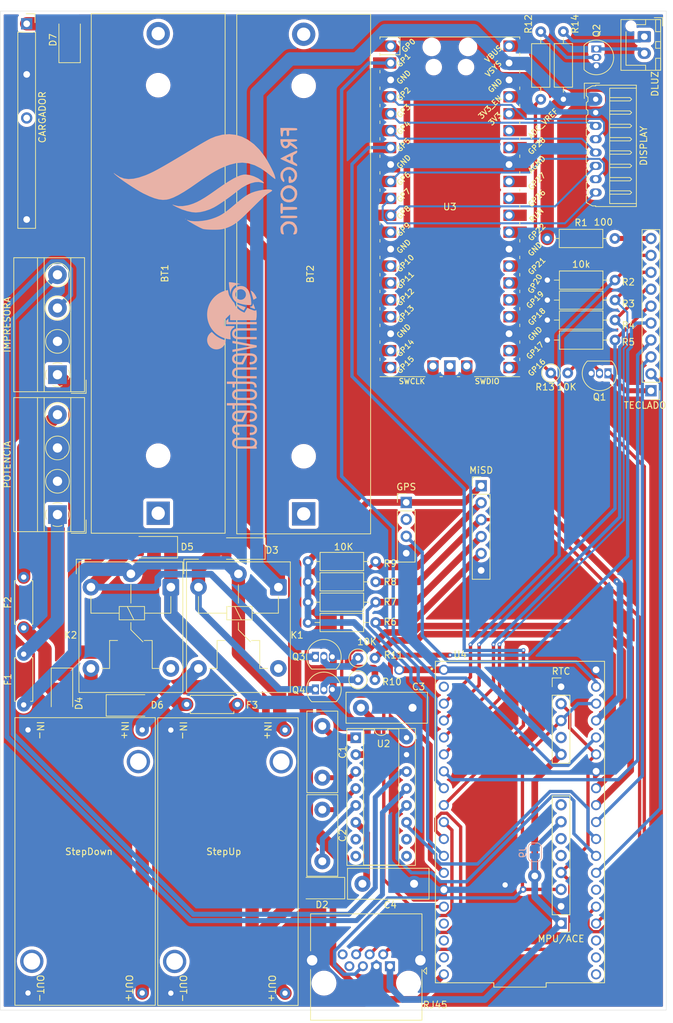
<source format=kicad_pcb>
(kicad_pcb (version 20240108) (generator "pcbnew") (generator_version "8.0")
  (layers (0 "F.Cu" signal) (31 "B.Cu" signal) (34 "B.Paste" user) (35 "F.Paste" user) (36 "B.SilkS" user "B.Silkscreen") (37 "F.SilkS" user "F.Silkscreen") (38 "B.Mask" user) (39 "F.Mask" user) (44 "Edge.Cuts" user))
  (net 0 "")
  (net 1 "Net-(D3-A)")
  (net 2 "+3.3V")
  (net 3 "GND")
  (net 5 "Net-(D4-K)")
  (net 6 "Net-(D5-A)")
  (net 7 "Net-(D6-K)")
  (net 8 "Net-(J2-Pin_3)")
  (net 10 "/SCL")
  (net 11 "+5V")
  (net 12 "/MISO")
  (net 13 "/CS")
  (net 14 "/SDA")
  (net 15 "/c2")
  (net 16 "/c3")
  (net 17 "/r3")
  (net 18 "/c1")
  (net 19 "/MOSI")
  (net 20 "/CLK")
  (net 24 "Net-(J5-Pin_10)")
  (net 25 "/c4")
  (net 26 "/r4")
  (net 27 "/r2")
  (net 28 "/r1")
  (net 29 "/A")
  (net 30 "/B")
  (net 31 "Net-(J7-Pin_3)")
  (net 32 "Net-(J7-Pin_4)")
  (net 33 "Net-(SD2-+out)")
  (net 58 "Net-(Q1-B)")
  (net 59 "+12V")
  (net 71 "Net-(Q2-B)")
  (net 72 "/RPRINT")
  (net 73 "/RVALVE")
  (net 75 "Net-(U2-C2+)")
  (net 76 "Net-(U2-C2-)")
  (net 77 "Net-(U2-C1+)")
  (net 78 "Net-(U2-C1-)")
  (net 79 "Net-(U2-VS+)")
  (net 80 "Net-(U2-VS-)")
  (net 81 "Net-(U2-R1OUT)")
  (net 82 "Net-(U2-T1IN)")
  (net 91 "/DSCK")
  (net 92 "/DBUSY")
  (net 93 "/DCS")
  (net 94 "/DCMD")
  (net 95 "/DRST")
  (net 96 "/DMOSI")
  (net 97 "Net-(J10-Pin_2)")
  (net 98 "Net-(Q3-B)")
  (net 99 "Net-(Q4-B)")
  (net 100 "Net-(U3-GPIO5)")
  (net 101 "Net-(U3-GPIO1)")
  (net 102 "Net-(U3-GPIO0)")
  (net 103 "/LUZ")
  (net 104 "Net-(D2-K)")
  (net 105 "Net-(D7-A)")
  (net 106 "Net-(J5-Pin_1)")
  (net 107 "Net-(J10-Pin_1)")
  (net 108 "Net-(J8-Pin_4)")
  (net 109 "Net-(J8-Pin_1)")
  (net 110 "Net-(SD2-+in)")
  (net 111 "Net-(J4-Pin_7)")
  (footprint "Resistor_THT:R_Axial_DIN0207_L6.3mm_D2.5mm_P7.62mm_Horizontal" (layer "F.Cu") (at 94.18 139.9)
    (property "Reference" "F3")
    (property "Value" "Fuse_Small")
  )
  (footprint "Library:Conversor" (layer "F.Cu") (at 70.15 37.75)
    (property "Reference" "CARGADOR")
    (property "Value" "~" (hide yes))
  )
  (footprint "Relay_THT:Relay_SPDT_Hongfa_HF3F-L-xx-1ZL1T" (layer "F.Cu") (at 91.8 122.3 -90)
    (property "Reference" "K2")
    (property "Value" "Fujitsu_FTR-LYCA005x")
  )
  (footprint "Capacitor_THT:C_Disc_D12.0mm_W4.4mm_P7.75mm" (layer "F.Cu") (at 114.55 143.15 -90)
    (property "Reference" "C1")
    (property "Value" "C")
  )
  (footprint "Package_TO_SOT_THT:TO-92_Inline" (layer "F.Cu") (at 113.51 132.75)
    (property "Reference" "Q3")
    (property "Value" "BC548")
  )
  (footprint "Resistor_THT:R_Axial_DIN0207_L6.3mm_D2.5mm_P2.54mm_Vertical" (layer "F.Cu") (at 148.86 90.15)
    (property "Reference" "R13")
    (property "Value" "10K")
  )
  (footprint "Connector_PinHeader_2.54mm:PinHeader_1x06_P2.54mm_Vertical" (layer "F.Cu") (at 138.4 107.08)
    (property "Reference" "MiSD")
    (property "Value" "MiSD")
  )
  (footprint "Diode_SMD:D_MELF" (layer "F.Cu") (at 102.55 116.5 180)
    (property "Reference" "D3")
    (property "Value" "SM4001")
  )
  (footprint "Resistor_THT:R_Axial_DIN0207_L6.3mm_D2.5mm_P2.54mm_Vertical" (layer "F.Cu") (at 119.91 136.2)
    (property "Reference" "R10")
    (property "Value" "10K")
  )
  (footprint "Diode_SMD:D_MELF" (layer "F.Cu") (at 75.45 137.85 -90)
    (property "Reference" "D4")
    (property "Value" "SM4001")
  )
  (footprint "Connector_JST:JST_XH_B2B-XH-AM_1x02_P2.50mm_Vertical" (layer "F.Cu") (at 162.9 39.65 -90)
    (property "Reference" "DLUZ")
    (property "Value" "DLUZ")
  )
  (footprint "Package_TO_SOT_THT:TO-92_Inline" (layer "F.Cu") (at 157.45 90.2 180)
    (property "Reference" "Q1")
    (property "Value" "BC548")
  )
  (footprint "Package_DIP:DIP-16_W7.62mm_Socket" (layer "F.Cu") (at 119.575 144.9)
    (property "Reference" "U2")
    (property "Value" "MAX232")
  )
  (footprint "Resistor_THT:R_Axial_DIN0207_L6.3mm_D2.5mm_P10.16mm_Horizontal" (layer "F.Cu") (at 158.5 82.2 180)
    (property "Reference" "R4")
    (property "Value" "10k")
  )
  (footprint "Connector_Molex:Molex_Micro-Latch_53254-0870_1x08_P2.00mm_Horizontal" (layer "F.Cu") (at 155.6 49.05 -90)
    (property "Reference" "DISPLAY")
    (property "Value" "DISPLAY")
  )
  (footprint "Capacitor_THT:C_Disc_D12.0mm_W4.4mm_P7.75mm" (layer "F.Cu") (at 120.35 140.4)
    (property "Reference" "C3" (hide yes))
    (property "Value" "C")
  )
  (footprint "Resistor_THT:R_Axial_DIN0207_L6.3mm_D2.5mm_P10.16mm_Horizontal" (layer "F.Cu") (at 122.56 124.55 180)
    (property "Reference" "R7")
    (property "Value" "10K")
  )
  (footprint "Downloads:XL6009-Module" (layer "F.Cu") (at 89.8315 141.9085 -90)
    (property "Reference" "StepUp")
    (property "Value" "~")
  )
  (footprint "Resistor_THT:R_Axial_DIN0207_L6.3mm_D2.5mm_P10.16mm_Horizontal" (layer "F.Cu") (at 122.56 127.6 180)
    (property "Reference" "R6")
    (property "Value" "10K")
  )
  (footprint "Connector_PinHeader_2.54mm:PinHeader_1x05_P2.54mm_Vertical" (layer "F.Cu") (at 150.4 137.25)
    (property "Reference" "RTC")
    (property "Value" "DS3231")
  )
  (footprint "Resistor_THT:R_Axial_DIN0207_L6.3mm_D2.5mm_P10.16mm_Horizontal" (layer "F.Cu") (at 158.5 76.2 180)
    (property "Reference" "R2")
    (property "Value" "10k")
  )
  (footprint "Relay_THT:Relay_SPDT_Hongfa_HF3F-L-xx-1ZL1T" (layer "F.Cu") (at 107.95 122.3 -90)
    (property "Reference" "K1")
    (property "Value" "Fujitsu_FTR-LYCA005x")
  )
  (footprint "Downloads:XL6009-Module" (layer "F.Cu") (at 68.3815 141.8835 -90)
    (property "Reference" "StepDown")
    (property "Value" "~")
  )
  (footprint "Resistor_THT:R_Axial_DIN0207_L6.3mm_D2.5mm_P10.16mm_Horizontal" (layer "F.Cu") (at 158.5 85.2 180)
    (property "Reference" "R5")
    (property "Value" "10k")
  )
  (footprint "Diode_SMD:D_MELF" (layer "F.Cu") (at 89.4 116.3 180)
    (property "Reference" "D5")
    (property "Value" "SM4001")
  )
  (footprint "Diode_SMD:D_MELF" (layer "F.Cu") (at 85.5 140.05)
    (property "Reference" "D6")
    (property "Value" "SM4001")
  )
  (footprint "TerminalBlock_MetzConnect:TerminalBlock_MetzConnect_Type011_RT05504HBWC_1x04_P5.00mm_Horizontal" (layer "F.Cu") (at 74.775 90.4 90)
    (property "Reference" "IMPRESORA")
    (property "Value" "IMPRESORA")
  )
  (footprint "Battery:BatteryHolder_MPD_BH-18650-PC2" (layer "F.Cu") (at 89.9 111.2 90)
    (property "Reference" "BT1")
    (property "Value" "Battery_Cell")
  )
  (footprint "Battery:BatteryHolder_MPD_BH-18650-PC2" (layer "F.Cu") (at 111.75 111.295 90)
    (property "Reference" "BT2")
    (property "Value" "Battery_Cell")
  )
  (footprint "Connector_PinHeader_2.54mm:PinHeader_1x04_P2.54mm_Vertical" (layer "F.Cu") (at 127.15 109.58)
    (property "Reference" "GPS")
    (property "Value" "GPS")
  )
  (footprint "TerminalBlock_MetzConnect:TerminalBlock_MetzConnect_Type011_RT05504HBWC_1x04_P5.00mm_Horizontal" (layer "F.Cu") (at 74.775 111.4 90)
    (property "Reference" "POTENCIA")
    (property "Value" "PONTENCIA")
  )
  (footprint "Resistor_THT:R_Axial_DIN0207_L6.3mm_D2.5mm_P10.16mm_Horizontal" (layer "F.Cu") (at 148.32 69.95)
    (property "Reference" "R1")
    (property "Value" "100")
  )
  (footprint "MCU_RaspberryPi_and_Boards:RPi_Pico_SMD_TH" (layer "F.Cu") (at 133.7 65.2)
    (property "Reference" "U3")
    (property "Value" "Pico")
  )
  (footprint "Capacitor_THT:C_Disc_D12.0mm_W4.4mm_P7.75mm" (layer "F.Cu") (at 120.575 166.825)
    (property "Reference" "C4")
    (property "Value" "C")
  )
  (footprint "Connector_PinHeader_2.54mm:PinHeader_1x08_P2.54mm_Vertical" (layer "F.Cu") (at 150.4 172.75 180)
    (property "Reference" "MPU/ACE")
    (property "Value" "ITG")
  )
  (footprint "Resistor_THT:R_Axial_DIN0207_L6.3mm_D2.5mm_P10.16mm_Horizontal" (layer "F.Cu") (at 122.56 121.5 180)
    (property "Reference" "R8")
    (property "Value" "10K")
  )
  (footprint "Resistor_THT:R_Axial_DIN0207_L6.3mm_D2.5mm_P10.16mm_Horizontal" (layer "F.Cu") (at 158.5 79.2 180)
    (property "Reference" "R3")
    (property "Value" "10k")
  )
  (footprint "Capacitor_THT:C_Disc_D12.0mm_W4.4mm_P7.75mm" (layer "F.Cu") (at 114.55 155.7 -90)
    (property "Reference" "C2")
    (property "Value" "C")
  )
  (footprint "Diode_SMD:D_MELF" (layer "F.Cu") (at 76.6 40.15 90)
    (property "Reference" "D7")
    (property "Value" "SM4001")
  )
  (footprint "Connector_RJ:RJ45_Amphenol_RJHSE5380" (layer "F.Cu") (at 124.707 179.2 180)
    (property "Reference" "RJ45")
    (property "Value" "RJ45_Shielded")
  )
  (footprint "NODEMCU-32S:MODULE_NODEMCU-32S" (layer "F.Cu") (at 144.23 157.56)
    (property "Reference" "U4")
    (property "Value" "NODEMCU-32S")
  )
  (footprint "Package_TO_SOT_THT:TO-92_Inline" (layer "F.Cu") (at 113.51 137.65)
    (property "Reference" "Q4")
    (property "Value" "BC548")
  )
  (footprint "Resistor_THT:R_Axial_DIN0207_L6.3mm_D2.5mm_P10.16mm_Horizontal" (layer "F.Cu") (at 150.75 49.05 90)
    (property "Reference" "R14")
    (property "Value" "100")
  )
  (footprint "Diode_SMD:D_MELF" (layer "F.Cu") (at 114.5 167.475 180)
    (property "Reference" "D2")
    (property "Value" "SM4001")
  )
  (footprint "Resistor_THT:R_Axial_DIN0207_L6.3mm_D2.5mm_P2.54mm_Vertical" (layer "F.Cu") (at 119.91 132.95)
    (property "Reference" "R11")
    (property "Value" "10K")
  )
  (footprint "Package_TO_SOT_THT:TO-92_Inline" (layer "F.Cu") (at 155.7 41.5 -90)
    (property "Reference" "Q2")
    (property "Value" "BC548")
  )
  (footprint "Resistor_THT:R_Axial_DIN0207_L6.3mm_D2.5mm_P10.16mm_Horizontal" (layer "F.Cu") (at 147.35 38.9 -90)
    (property "Reference" "R12")
    (property "Value" "10K")
  )
  (footprint "Connector_PinHeader_2.54mm:PinHeader_1x10_P2.54mm_Vertical" (layer "F.Cu") (at 163.9 92.81 180)
    (property "Reference" "TECLADO")
    (property "Value" "TECLADO")
  )
  (footprint "Resistor_THT:R_Axial_DIN0207_L6.3mm_D2.5mm_P10.16mm_Horizontal" (layer "F.Cu") (at 122.56 118.45 180)
    (property "Reference" "R9")
    (property "Value" "10K")
  )
  (footprint "Resistor_THT:R_Axial_DIN0207_L6.3mm_D2.5mm_P7.62mm_Horizontal" (layer "F.Cu") (at 69.7 128.41 90)
    (property "Reference" "F2")
    (property "Value" "Fuse_Small")
  )
  (footprint "Resistor_THT:R_Axial_DIN0207_L6.3mm_D2.5mm_P7.62mm_Horizontal" (layer "F.Cu") (at 69.7 139.97 90)
    (property "Reference" "F1")
    (property "Value" "Fuse_Small")
  )
  (footprint "LOGO" (layer "B.Cu") (at 100.068852 73.393889 -90)
    (property "Reference" "G***" (hide yes))
    (property "Value" "LOGO" (hide yes))
  )
  (footprint "LOGO" (layer "B.Cu") (at 101 89 -90)
    (property "Reference" "G***" (hide yes))
    (property "Value" "LOGO" (hide yes))
  )
  (footprint "Jumper:SolderJumper-2_P1.3mm_Bridged_RoundedPad1.0x1.5mm" (layer "B.Cu") (at 146.45 162.1 -90)
    (property "Reference" "J9")
    (property "Value" "Conn_01x02_Socket")
  )
  (gr_rect (start 66.2 35.8125) (end 166.2 185.7875) (stroke (width 0.05)) (fill none) (layer "Edge.Cuts"))
  (segment (start 95.95 119.5) (end 98.95 116.5) (width 2) (layer "F.Cu") (net 1))
  (segment (start 95.95 122.3) (end 95.95 119.5) (width 2) (layer "F.Cu") (net 1))
  (segment (start 98.95 116.5) (end 100.15 116.5) (width 2) (layer "F.Cu") (net 1))
  (segment (start 113.51 137.65) (end 108.1 137.65) (width 1) (layer "B.Cu") (net 1))
  (segment (start 108.1 137.65) (end 95.95 125.5) (width 1) (layer "B.Cu") (net 1))
  (segment (start 95.95 125.5) (end 95.95 122.3) (width 1) (layer "B.Cu") (net 1))
  (segment (start 146.45 151.36) (end 150.4 147.41) (width 1) (layer "F.Cu") (net 2))
  (segment (start 127.15 109.58) (end 121.27 109.58) (width 1) (layer "F.Cu") (net 2))
  (segment (start 121.27 109.58) (end 112.4 118.45) (width 1) (layer "F.Cu") (net 2))
  (segment (start 135.9 109.58) (end 138.4 107.08) (width 1) (layer "F.Cu") (net 2))
  (segment (start 127.15 109.58) (end 135.9 109.58) (width 1) (layer "F.Cu") (net 2))
  (segment (start 146.45 165.65) (end 146.45 151.36) (width 1) (layer "F.Cu") (net 2))
  (segment (start 126.1 134.7) (end 132.8 134.7) (width 1) (layer "F.Cu") (net 2))
  (via (at 126.1 134.7) (size 1.5) (drill 1) (layers "F.Cu" "B.Cu") (net 2))
  (via (at 146.45 165.65) (size 2) (drill 1) (layers "F.Cu" "B.Cu") (net 2))
  (segment (start 119.3 127.6) (end 112.4 127.6) (width 1) (layer "B.Cu") (net 2))
  (segment (start 126.1 134.7) (end 126.1 134.4) (width 1) (layer "B.Cu") (net 2))
  (segment (start 124.707 179.2) (end 124.707 182.308757) (width 1) (layer "B.Cu") (net 2))
  (segment (start 138.95 184.2) (end 150.4 172.75) (width 1) (layer "B.Cu") (net 2))
  (segment (start 126.598243 184.2) (end 138.95 184.2) (width 1) (layer "B.Cu") (net 2))
  (segment (start 146.45 165.65) (end 146.45 168.8) (width 1) (layer "B.Cu") (net 2))
  (segment (start 137.75 134.7) (end 132.8 134.7) (width 1) (layer "B.Cu") (net 2))
  (segment (start 146.45 168.8) (end 150.4 172.75) (width 1) (layer "B.Cu") (net 2))
  (segment (start 126.1 134.4) (end 119.3 127.6) (width 1) (layer "B.Cu") (net 2))
  (segment (start 112.4 127.6) (end 112.4 118.45) (width 1) (layer "B.Cu") (net 2))
  (segment (start 150.4 147.35) (end 137.75 134.7) (width 1) (layer "B.Cu") (net 2))
  (segment (start 146.45 165.65) (end 146.45 162.75) (width 0.75) (layer "B.Cu") (net 2))
  (segment (start 150.4 147.41) (end 150.4 147.35) (width 1) (layer "B.Cu") (net 2))
  (segment (start 124.707 182.308757) (end 126.598243 184.2) (width 1) (layer "B.Cu") (net 2))
  (segment (start 150.4 170.21) (end 145.21 170.21) (width 0.75) (layer "F.Cu") (net 3))
  (segment (start 145.21 170.21) (end 142 167) (width 0.75) (layer "F.Cu") (net 3))
  (via (at 142 167) (size 1.6) (drill 0.8) (layers "F.Cu" "B.Cu") (net 3))
  (segment (start 85.19863 132.05) (end 78.1 132.05) (width 2) (layer "F.Cu") (net 5))
  (segment (start 93.04863 139.9) (end 85.19863 132.05) (width 2) (layer "F.Cu") (net 5))
  (segment (start 94.18 139.9) (end 93.04863 139.9) (width 2) (layer "F.Cu") (net 5))
  (segment (start 77.375 93) (end 77.375 113.975) (width 2) (layer "F.Cu") (net 5))
  (segment (start 78.1 132.05) (end 75.45 134.7) (width 2) (layer "F.Cu") (net 5))
  (segment (start 77.35 114) (end 77.35 132.75) (width 2) (layer "F.Cu") (net 5))
  (segment (start 75.45 134.7) (end 75.45 135.45) (width 2) (layer "F.Cu") (net 5))
  (segment (start 74.775 90.4) (end 77.375 93) (width 2) (layer "F.Cu") (net 5))
  (segment (start 77.35 132.75) (end 77.375 132.775) (width 2) (layer "F.Cu") (net 5))
  (segment (start 77.375 113.975) (end 77.35 114) (width 2) (layer "F.Cu") (net 5))
  (segment (start 85.85 116.3) (end 87 116.3) (width 2) (layer "F.Cu") (net 6))
  (segment (start 79.85 122.3) (end 85.85 116.3) (width 2) (layer "F.Cu") (net 6))
  (segment (start 79.8 122.3) (end 79.85 122.3) (width 2) (layer "F.Cu") (net 6))
  (segment (start 90.39957 120.35) (end 89.85 120.89957) (width 1) (layer "B.Cu") (net 6))
  (segment (start 89.85 120.89957) (end 89.85 121.85) (width 1) (layer "B.Cu") (net 6))
  (segment (start 89.85 121.85) (end 89.4 122.3) (width 1) (layer "B.Cu") (net 6))
  (segment (start 97.85 120.35) (end 90.39957 120.35) (width 1) (layer "B.Cu") (net 6))
  (segment (start 89.4 122.3) (end 79.8 122.3) (width 1) (layer "B.Cu") (net 6))
  (segment (start 110.25 132.75) (end 97.85 120.35) (width 1) (layer "B.Cu") (net 6))
  (segment (start 113.51 132.75) (end 110.25 132.75) (width 1) (layer "B.Cu") (net 6))
  (segment (start 72.9 136.557538) (end 73.992462 137.65) (width 2) (layer "F.Cu") (net 7))
  (segment (start 72.9 131.61) (end 72.9 136.557538) (width 2) (layer "F.Cu") (net 7))
  (segment (start 69.7 128.41) (end 72.9 131.61) (width 2) (layer "F.Cu") (net 7))
  (segment (start 83.1 140.05) (end 79.8 136.75) (width 2) (layer "F.Cu") (net 7))
  (segment (start 73.992462 137.65) (end 78.9 137.65) (width 2) (layer "F.Cu") (net 7))
  (segment (start 79.8 136.75) (end 79.8 134.5) (width 2) (layer "F.Cu") (net 7))
  (segment (start 78.9 137.65) (end 79.8 136.75) (width 2) (layer "F.Cu") (net 7))
  (segment (start 129.55 129.6) (end 133.438 133.488) (width 0.5) (layer "B.Cu") (net 8))
  (segment (start 155.66 136.51) (end 155.66 137.24) (width 0.5) (layer "B.Cu") (net 8))
  (segment (start 127.15 114.66) (end 129.55 117.06) (width 0.5) (layer "B.Cu") (net 8))
  (segment (start 129.55 117.06) (end 129.55 129.6) (width 0.5) (layer "B.Cu") (net 8))
  (segment (start 152.638 133.488) (end 155.66 136.51) (width 0.5) (layer "B.Cu") (net 8))
  (segment (start 133.438 133.488) (end 152.638 133.488) (width 0.5) (layer "B.Cu") (net 8))
  (segment (start 144.7 167.675) (end 144.695 167.67) (width 0.5) (layer "F.Cu") (net 10))
  (segment (start 150.4 167.67) (end 144.705 167.67) (width 0.5) (layer "F.Cu") (net 10))
  (segment (start 144.6 167.65) (end 144.6 148.13) (width 0.5) (layer "F.Cu") (net 10))
  (segment (start 144.62 167.67) (end 144.6 167.65) (width 0.5) (layer "F.Cu") (net 10))
  (segment (start 144.695 167.67) (end 144.62 167.67) (width 0.5) (layer "F.Cu") (net 10))
  (segment (start 144.6 148.13) (end 150.4 142.33) (width 0.5) (layer "F.Cu") (net 10))
  (segment (start 144.705 167.67) (end 144.7 167.675) (width 0.5) (layer "F.Cu") (net 10))
  (via (at 144.7 167.675) (size 1) (drill 0.5) (layers "F.Cu" "B.Cu") (net 10))
  (segment (start 150.4 142.33) (end 152.95 139.78) (width 0.5) (layer "B.Cu") (net 10))
  (segment (start 120.643 179.2) (end 119.443 180.4) (width 0.5) (layer "B.Cu") (net 10))
  (segment (start 116.395 179.02) (end 116.395 176.922943) (width 0.5) (layer "B.Cu") (net 10))
  (segment (start 117.775 180.4) (end 116.395 179.02) (width 0.5) (layer "B.Cu") (net 10))
  (segment (start 143.4 168.95) (end 144.675 167.675) (width 0.5) (layer "B.Cu") (net 10))
  (segment (start 116.395 176.922943) (end 124.367943 168.95) (width 0.5) (layer "B.Cu") (net 10))
  (segment (start 119.443 180.4) (end 117.775 180.4) (width 0.5) (layer "B.Cu") (net 10))
  (segment (start 124.367943 168.95) (end 143.4 168.95) (width 0.5) (layer "B.Cu") (net 10))
  (segment (start 152.95 139.78) (end 155.66 139.78) (width 0.5) (layer "B.Cu") (net 10))
  (segment (start 104 138.55) (end 104 178.299) (width 2) (layer "F.Cu") (net 11))
  (segment (start 104 178.299) (end 104 175.575) (width 2) (layer "F.Cu") (net 11))
  (segment (start 91.8 122.3) (end 91.8 116.3) (width 2) (layer "F.Cu") (net 11))
  (segment (start 104 175.575) (end 112.1 167.475) (width 2) (layer "F.Cu") (net 11))
  (segment (start 91.8 126.35) (end 104 138.55) (width 2) (layer "F.Cu") (net 11))
  (segment (start 104 178.299) (end 108.948 183.247) (width 2) (layer "F.Cu") (net 11))
  (segment (start 107.95 119.5) (end 104.95 116.5) (width 2) (layer "F.Cu") (net 11))
  (segment (start 94.15 113.95) (end 102.4 113.95) (width 2) (layer "F.Cu") (net 11))
  (segment (start 91.8 122.3) (end 91.8 126.35) (width 2) (layer "F.Cu") (net 11))
  (segment (start 107.95 122.3) (end 107.95 119.5) (width 2) (layer "F.Cu") (net 11))
  (segment (start 102.4 113.95) (end 104.95 116.5) (width 2) (layer "F.Cu") (net 11))
  (segment (start 91.8 116.3) (end 94.15 113.95) (width 2) (layer "F.Cu") (net 11))
  (segment (start 148.32 51.48) (end 150.75 49.05) (width 2) (layer "F.Cu") (net 11))
  (segment (start 148.32 69.95) (end 148.32 51.48) (width 2) (layer "F.Cu") (net 11))
  (segment (start 127.195 144.9) (end 125.095 142.8) (width 2) (layer "B.Cu") (net 11))
  (segment (start 104.7 119.05) (end 104.7 48.05) (width 2) (layer "B.Cu") (net 11))
  (segment (start 109.75 43) (end 119.75 43) (width 2) (layer "B.Cu") (net 11))
  (segment (start 137.25778 38.75) (end 142.11778 43.61) (width 2) (layer "B.Cu") (net 11))
  (segment (start 105.05 139.6) (end 91.8 126.35) (width 2) (layer "B.Cu") (net 11))
  (segment (start 107.95 122.3) (end 104.7 119.05) (width 2) (layer "B.Cu") (net 11))
  (segment (start 91.8 126.35) (end 91.8 122.3) (width 2) (layer "B.Cu") (net 11))
  (segment (start 145.38 43.68) (end 150.75 49.05) (width 2) (layer "B.Cu") (net 11))
  (segment (start 142.59 43.61) (end 142.66 43.68) (width 2) (layer "B.Cu") (net 11))
  (segment (start 117.925 142.8) (end 114.725 139.6) (width 2) (layer "B.Cu") (net 11))
  (segment (start 142.66 43.68) (end 145.38 43.68) (width 2) (layer "B.Cu") (net 11))
  (segment (start 150.75 49.05) (end 155.6 49.05) (width 2) (layer "B.Cu") (net 11))
  (segment (start 142.11778 43.61) (end 142.59 43.61) (width 2) (layer "B.Cu") (net 11))
  (segment (start 104.7 48.05) (end 109.75 43) (width 2) (layer "B.Cu") (net 11))
  (segment (start 125.095 142.8) (end 117.925 142.8) (width 2) (layer "B.Cu") (net 11))
  (segment (start 119.75 43) (end 124 38.75) (width 2) (layer "B.Cu") (net 11))
  (segment (start 114.725 139.6) (end 105.05 139.6) (width 2) (layer "B.Cu") (net 11))
  (segment (start 124 38.75) (end 137.25778 38.75) (width 2) (layer "B.Cu") (net 11))
  (segment (start 128.04 127.6) (end 138.4 117.24) (width 1) (layer "F.Cu") (net 12))
  (segment (start 122.56 127.6) (end 128.04 127.6) (width 1) (layer "F.Cu") (net 12))
  (segment (start 131.588 151.268) (end 131.588 138.938) (width 0.5) (layer "B.Cu") (net 12))
  (segment (start 132.8 152.48) (end 131.588 151.268) (width 0.5) (layer "B.Cu") (net 12))
  (segment (start 122.56 128.01) (end 122.56 127.6) (width 0.5) (layer "B.Cu") (net 12))
  (segment (start 128.95 134.4) (end 122.56 128.01) (width 0.5) (layer "B.Cu") (net 12))
  (segment (start 128.95 136.3) (end 128.95 134.4) (width 0.5) (layer "B.Cu") (net 12))
  (segment (start 131.588 138.938) (end 128.95 136.3) (width 0.5) (layer "B.Cu") (net 12))
  (segment (start 121.475 138.65) (end 118.656497 138.65) (width 0.5) (layer "F.Cu") (net 13))
  (segment (start 117.46 137.453503) (end 117.46 123.55) (width 0.5) (layer "F.Cu") (net 13))
  (segment (start 117.46 123.55) (end 122.56 118.45) (width 0.5) (layer "F.Cu") (net 13))
  (segment (start 132.8 170.26) (end 127.855583 170.26) (width 0.5) (layer "F.Cu") (net 13))
  (segment (start 118.656497 138.65) (end 117.46 137.453503) (width 0.5) (layer "F.Cu") (net 13))
  (segment (start 122.56 118.45) (end 123.359999 119.249999) (width 1) (layer "F.Cu") (net 13))
  (segment (start 127.855583 170.26) (end 123.775 166.179417) (width 0.5) (layer "F.Cu") (net 13))
  (segment (start 128.770001 119.249999) (end 138.4 109.62) (width 1) (layer "F.Cu") (net 13))
  (segment (start 123.359999 119.249999) (end 128.770001 119.249999) (width 1) (layer "F.Cu") (net 13))
  (segment (start 123.775 140.95) (end 121.475 138.65) (width 0.5) (layer "F.Cu") (net 13))
  (segment (start 123.775 166.179417) (end 123.775 140.95) (width 0.5) (layer "F.Cu") (net 13))
  (segment (start 123.691 177.42) (end 124.443 176.668) (width 0.5) (layer "F.Cu") (net 14))
  (segment (start 151.7 141.09) (end 151.7 143.44) (width 0.5) (layer "F.Cu") (net 14))
  (segment (start 150.4 139.79) (end 151.7 141.09) (width 0.5) (layer "F.Cu") (net 14))
  (segment (start 149.082 176.668) (end 151.725 174.025) (width 0.5) (layer "F.Cu") (net 14))
  (segment (start 154.448 148.612) (end 155.66 147.4) (width 0.5) (layer "F.Cu") (net 14))
  (segment (start 124.443 176.668) (end 149.082 176.668) (width 0.5) (layer "F.Cu") (net 14))
  (segment (start 151.725 174.025) (end 151.725 166.455) (width 0.5) (layer "F.Cu") (net 14))
  (segment (start 151.7 143.44) (end 155.66 147.4) (width 0.5) (layer "F.Cu") (net 14))
  (segment (start 151.725 166.455) (end 150.4 165.13) (width 0.5) (layer "F.Cu") (net 14))
  (segment (start 150.4 165.13) (end 154.448 161.082) (width 0.5) (layer "F.Cu") (net 14))
  (segment (start 154.448 161.082) (end 154.448 148.612) (width 0.5) (layer "F.Cu") (net 14))
  (segment (start 140.25 137.41) (end 132.8 144.86) (width 0.5) (layer "F.Cu") (net 15))
  (segment (start 163.13 77.57) (end 163.9 77.57) (width 0.5) (layer "F.Cu") (net 15))
  (segment (start 158.5 82.2) (end 163.13 77.57) (width 0.5) (layer "F.Cu") (net 15))
  (segment (start 140.25 130.9) (end 140.25 137.41) (width 0.5) (layer "F.Cu") (net 15))
  (via (at 140.25 130.9) (size 0.6) (drill 0.3) (layers "F.Cu" "B.Cu") (net 15))
  (segment (start 159.75 83.45) (end 158.5 82.2) (width 0.5) (layer "B.Cu") (net 15))
  (segment (start 159.2 111.789339) (end 159.2 86.267767) (width 0.5) (layer "B.Cu") (net 15))
  (segment (start 159.75 85.717767) (end 159.75 83.45) (width 0.5) (layer "B.Cu") (net 15))
  (segment (start 159.2 86.267767) (end 159.75 85.717767) (width 0.5) (layer "B.Cu") (net 15))
  (segment (start 140.25 130.9) (end 140.25 130.739339) (width 0.5) (layer "B.Cu") (net 15))
  (segment (start 140.25 130.739339) (end 159.2 111.789339) (width 0.5) (layer "B.Cu") (net 15))
  (segment (start 158.5 79.2) (end 162.67 75.03) (width 0.5) (layer "F.Cu") (net 16))
  (segment (start 162.67 75.03) (end 163.9 75.03) (width 0.5) (layer "F.Cu") (net 16))
  (segment (start 141.15 139.05) (end 141.15 130.9) (width 0.5) (layer "F.Cu") (net 16))
  (segment (start 132.8 147.4) (end 141.15 139.05) (width 0.5) (layer "F.Cu") (net 16))
  (via (at 141.15 130.9) (size 0.6) (drill 0.3) (layers "F.Cu" "B.Cu") (net 16))
  (segment (start 158.5 79.2) (end 160.35 81.05) (width 0.3) (layer "B.Cu") (net 16))
  (segment (start 159.8 112.25) (end 141.15 130.9) (width 0.3) (layer "B.Cu") (net 16))
  (segment (start 160.35 81.05) (end 160.35 85.966295) (width 0.3) (layer "B.Cu") (net 16))
  (segment (start 159.8 86.516295) (end 159.8 112.25) (width 0.3) (layer "B.Cu") (net 16))
  (segment (start 160.35 85.966295) (end 159.8 86.516295) (width 0.3) (layer "B.Cu") (net 16))
  (segment (start 161.9 148.278) (end 158.978 151.2) (width 0.5) (layer "B.Cu") (net 17))
  (segment (start 161.9 87.44) (end 161.9 148.278) (width 0.5) (layer "B.Cu") (net 17))
  (segment (start 163.9 85.19) (end 163.9 85.44) (width 0.5) (layer "B.Cu") (net 17))
  (segment (start 134.06 151.2) (end 132.8 149.94) (width 0.5) (layer "B.Cu") (net 17))
  (segment (start 163.9 85.44) (end 161.9 87.44) (width 0.5) (layer "B.Cu") (net 17))
  (segment (start 158.978 151.2) (end 134.06 151.2) (width 0.5) (layer "B.Cu") (net 17))
  (segment (start 138.1 137.02) (end 132.8 142.32) (width 0.5) (layer "F.Cu") (net 18))
  (segment (start 163.59 80.11) (end 163.9 80.11) (width 0.5) (layer "F.Cu") (net 18))
  (segment (start 158.5 85.2) (end 163.59 80.11) (width 0.5) (layer "F.Cu") (net 18))
  (segment (start 138.1 130.9) (end 138.1 137.02) (width 0.5) (layer "F.Cu") (net 18))
  (via (at 138.1 130.9) (size 0.6) (drill 0.3) (layers "F.Cu" "B.Cu") (net 18))
  (segment (start 138.1 130.9) (end 158.5 110.5) (width 0.5) (layer "B.Cu") (net 18))
  (segment (start 158.5 110.5) (end 158.5 85.2) (width 0.5) (layer "B.Cu") (net 18))
  (segment (start 129 121.5) (end 138.34 112.16) (width 1) (layer "F.Cu") (net 19))
  (segment (start 147.51 112.16) (end 138.4 112.16) (width 0.5) (layer "F.Cu") (net 19))
  (segment (start 162.2 166.26) (end 162.2 126.85) (width 0.5) (layer "F.Cu") (net 19))
  (segment (start 138.34 112.16) (end 138.4 112.16) (width 1) (layer "F.Cu") (net 19))
  (segment (start 155.66 172.8) (end 162.2 166.26) (width 0.5) (layer "F.Cu") (net 19))
  (segment (start 122.56 121.5) (end 129 121.5) (width 1) (layer "F.Cu") (net 19))
  (segment (start 162.2 126.85) (end 147.51 112.16) (width 0.5) (layer "F.Cu") (net 19))
  (segment (start 122.56 124.55) (end 128.55 124.55) (width 1) (layer "F.Cu") (net 20))
  (segment (start 128.55 124.55) (end 138.4 114.7) (width 1) (layer "F.Cu") (net 20))
  (segment (start 127.85 136.4) (end 127.85 134.657767) (width 0.5) (layer "B.Cu") (net 20))
  (segment (start 130.35 160.19) (end 130.35 138.9) (width 0.5) (layer "B.Cu") (net 20))
  (segment (start 130.35 138.9) (end 127.85 136.4) (width 0.5) (layer "B.Cu") (net 20))
  (segment (start 127.85 134.657767) (end 121.3 128.107767) (width 0.5) (layer "B.Cu") (net 20))
  (segment (start 132.8 162.64) (end 130.35 160.19) (width 0.5) (layer "B.Cu") (net 20))
  (segment (start 121.3 128.107767) (end 121.3 125.81) (width 0.5) (layer "B.Cu") (net 20))
  (segment (start 121.3 125.81) (end 122.56 124.55) (width 0.5) (layer "B.Cu") (net 20))
  (segment (start 158.48 69.95) (end 163.9 69.95) (width 0.75) (layer "F.Cu") (net 24))
  (segment (start 158.5 76.2) (end 162.21 72.49) (width 0.5) (layer "F.Cu") (net 25))
  (segment (start 136.8 130.9) (end 136.8 135.78) (width 0.5) (layer "F.Cu") (net 25))
  (segment (start 162.21 72.49) (end 163.9 72.49) (width 0.5) (layer "F.Cu") (net 25))
  (segment (start 136.8 135.78) (end 132.8 139.78) (width 0.5) (layer "F.Cu") (net 25))
  (via (at 136.8 130.9) (size 0.6) (drill 0.3) (layers "F.Cu" "B.Cu") (net 25))
  (segment (start 136.8 130.9) (end 150.11 117.59) (width 0.5) (layer "B.Cu") (net 25))
  (segment (start 150.11 117.59) (end 150.11 84.59) (width 0.5) (layer "B.Cu") (net 25))
  (segment (start 150.11 84.59) (end 158.5 76.2) (width 0.5) (layer "B.Cu") (net 25))
  (segment (start 124.775 133.725) (end 126 132.5) (width 0.75) (layer "F.Cu") (net 26))
  (segment (start 130.763 146.013) (end 124.775 140.025) (width 0.75) (layer "F.Cu") (net 26))
  (segment (start 126 132.5) (end 133.75 132.5) (width 0.75) (layer "F.Cu") (net 26))
  (segment (start 124.775 140.025) (end 124.775 133.725) (width 0.75) (layer "F.Cu") (net 26))
  (segment (start 130.763 163.143) (end 130.763 146.013) (width 0.75) (layer "F.Cu") (net 26))
  (segment (start 132.8 165.18) (end 130.763 163.143) (width 0.75) (layer "F.Cu") (net 26))
  (via (at 133.75 132.5) (size 0.6) (drill 0.3) (layers "F.Cu" "B.Cu") (net 26))
  (segment (start 160.95 86.214823) (end 160.95 83.4) (width 0.5) (layer "B.Cu") (net 26))
  (segment (start 145.55 132.5) (end 160.4 117.65) (width 0.5) (layer "B.Cu") (net 26))
  (segment (start 160.4 86.764823) (end 160.95 86.214823) (width 0.5) (layer "B.Cu") (net 26))
  (segment (start 160.95 83.4) (end 161.7 82.65) (width 0.5) (layer "B.Cu") (net 26))
  (segment (start 160.4 117.65) (end 160.4 86.764823) (width 0.5) (layer "B.Cu") (net 26))
  (segment (start 133.75 132.5) (end 145.55 132.5) (width 0.5) (layer "B.Cu") (net 26))
  (segment (start 161.7 82.65) (end 163.9 82.65) (width 0.5) (layer "B.Cu") (net 26))
  (segment (start 163.9 87.73) (end 162.6 89.03) (width 0.5) (layer "B.Cu") (net 27))
  (segment (start 162.6 89.03) (end 162.6 150.62) (width 0.5) (layer "B.Cu") (net 27))
  (segment (start 162.6 150.62) (end 155.66 157.56) (width 0.5) (layer "B.Cu") (net 27))
  (segment (start 165.325 155.515) (end 155.66 165.18) (width 0.5) (layer "B.Cu") (net 28))
  (segment (start 163.9 90.27) (end 165.325 91.695) (width 0.5) (layer "B.Cu") (net 28))
  (segment (start 165.325 91.695) (end 165.325 155.515) (width 0.5) (layer "B.Cu") (net 28))
  (segment (start 133.187 171.588) (end 134.012 170.763) (width 0.5) (layer "F.Cu") (net 29))
  (segment (start 119.627 177.42) (end 125.459 171.588) (width 0.5) (layer "F.Cu") (net 29))
  (segment (start 125.459 171.588) (end 133.187 171.588) (width 0.5) (layer "F.Cu") (net 29))
  (segment (start 134.012 170.763) (end 134.012 158.772) (width 0.5) (layer "F.Cu") (net 29))
  (segment (start 134.012 158.772) (end 132.8 157.56) (width 0.5) (layer "F.Cu") (net 29))
  (segment (start 124.951 174.128) (end 121.659 177.42) (width 0.5) (layer "F.Cu") (net 30))
  (segment (start 133.302027 174.128) (end 124.951 174.128) (width 0.5) (layer "F.Cu") (net 30))
  (segment (start 133.257 156.232) (end 135.325 158.3) (width 0.5) (layer "F.Cu") (net 30))
  (segment (start 131.588 157.057973) (end 132.413973 156.232) (width 0.5) (layer "F.Cu") (net 30))
  (segment (start 135.325 158.3) (end 135.325 172.105027) (width 0.5) (layer "F.Cu") (net 30))
  (segment (start 132.8 160.1) (end 131.588 158.888) (width 0.5) (layer "F.Cu") (net 30))
  (segment (start 131.588 158.888) (end 131.588 157.057973) (width 0.5) (layer "F.Cu") (net 30))
  (segment (start 132.413973 156.232) (end 133.257 156.232) (width 0.5) (layer "F.Cu") (net 30))
  (segment (start 135.325 172.105027) (end 133.302027 174.128) (width 0.5) (layer "F.Cu") (net 30))
  (segment (start 94.781497 172.35) (end 119.675 172.35) (width 0.75) (layer "B.Cu") (net 31))
  (segment (start 119.675 172.35) (end 123.575 168.45) (width 0.75) (layer "B.Cu") (net 31))
  (segment (start 75.593072 73.425) (end 73.956928 73.425) (width 0.75) (layer "B.Cu") (net 31))
  (segment (start 74.775 80.4) (end 76.75 78.425) (width 0.75) (layer "B.Cu") (net 31))
  (segment (start 76.75 78.425) (end 76.75 74.581928) (width 0.75) (layer "B.Cu") (net 31))
  (segment (start 67.175 80.206928) (end 67.175 144.743503) (width 0.75) (layer "B.Cu") (net 31))
  (segment (start 67.175 144.743503) (end 94.781497 172.35) (width 0.75) (layer "B.Cu") (net 31))
  (segment (start 123.575 156.14) (end 127.195 152.52) (width 0.75) (layer "B.Cu") (net 31))
  (segment (start 76.75 74.581928) (end 75.593072 73.425) (width 0.75) (layer "B.Cu") (net 31))
  (segment (start 73.956928 73.425) (end 67.175 80.206928) (width 0.75) (layer "B.Cu") (net 31))
  (segment (start 123.575 168.45) (end 123.575 156.14) (width 0.75) (layer "B.Cu") (net 31))
  (segment (start 68.125 144.35) (end 68.125 82.05) (width 0.75) (layer "B.Cu") (net 32))
  (segment (start 118.51023 171.4) (end 95.175 171.4) (width 0.75) (layer "B.Cu") (net 32))
  (segment (start 126.345 149.98) (end 122.5 153.825) (width 0.75) (layer "B.Cu") (net 32))
  (segment (start 122.5 167.41023) (end 118.51023 171.4) (width 0.75) (layer "B.Cu") (net 32))
  (segment (start 127.195 149.98) (end 126.345 149.98) (width 0.75) (layer "B.Cu") (net 32))
  (segment (start 122.5 153.825) (end 122.5 167.41023) (width 0.75) (layer "B.Cu") (net 32))
  (segment (start 68.125 82.05) (end 74.775 75.4) (width 0.75) (layer "B.Cu") (net 32))
  (segment (start 95.175 171.4) (end 68.125 144.35) (width 0.75) (layer "B.Cu") (net 32))
  (segment (start 87.498 154.202) (end 101.8 139.9) (width 2) (layer "F.Cu") (net 33))
  (segment (start 87.498 183.222) (end 87.498 154.202) (width 2) (layer "F.Cu") (net 33))
  (segment (start 156.18 89.866142) (end 156.18 90.2) (width 0.5) (layer "F.Cu") (net 58))
  (segment (start 152.55 89) (end 155.313858 89) (width 0.5) (layer "F.Cu") (net 58))
  (segment (start 151.4 90.15) (end 152.55 89) (width 0.5) (layer "F.Cu") (net 58))
  (segment (start 155.313858 89) (end 156.18 89.866142) (width 0.5) (layer "F.Cu") (net 58))
  (segment (start 108.948 143.75) (end 108.148001 142.950001) (width 2) (layer "F.Cu") (net 59))
  (segment (start 108.148001 138.373001) (end 101.95 132.175) (width 2) (layer "F.Cu") (net 59))
  (segment (start 108.148001 142.950001) (end 108.148001 138.373001) (width 2) (layer "F.Cu") (net 59))
  (segment (start 101.95 132.175) (end 101.95 120.3) (width 2) (layer "F.Cu") (net 59))
  (segment (start 77.35 121.285176) (end 79.010176 119.625) (width 2) (layer "B.Cu") (net 59))
  (segment (start 69.7 139.825) (end 77.35 132.175) (width 2) (layer "B.Cu") (net 59))
  (segment (start 69.7 139.97) (end 69.7 139.825) (width 2) (layer "B.Cu") (net 59))
  (segment (start 77.35 132.175) (end 77.35 121.285176) (width 2) (layer "B.Cu") (net 59))
  (segment (start 100.3 118.65) (end 101.95 120.3) (width 2) (layer "B.Cu") (net 59))
  (segment (start 85.8 120.3) (end 86.2 120.3) (width 2) (layer "B.Cu") (net 59))
  (segment (start 85.125 119.625) (end 85.8 120.3) (width 2) (layer "B.Cu") (net 59))
  (segment (start 86.2 120.3) (end 87.85 118.65) (width 2) (layer "B.Cu") (net 59))
  (segment (start 79.010176 119.625) (end 85.125 119.625) (width 2) (layer "B.Cu") (net 59))
  (segment (start 87.85 118.65) (end 100.3 118.65) (width 2) (layer "B.Cu") (net 59))
  (segment (start 151.22 42.77) (end 147.35 38.9) (width 0.5) (layer "B.Cu") (net 71))
  (segment (start 155.7 42.77) (end 151.22 42.77) (width 0.5) (layer "B.Cu") (net 71))
  (segment (start 128.237056 129.1) (end 124.025 129.1) (width 1) (layer "F.Cu") (net 72))
  (segment (start 119.288679 134.45) (end 122.3 134.45) (width 1) (layer "F.Cu") (net 72))
  (segment (start 119.288679 131.45) (end 118.41 132.328679) (width 1) (layer "F.Cu") (net 72))
  (segment (start 122.3 134.45) (end 122.45 134.6) (width 1) (layer "F.Cu") (net 72))
  (segment (start 160.85 149.83) (end 160.85 131.452944) (width 1) (layer "F.Cu") (net 72))
  (segment (start 157.547056 128.15) (end 129.187056 128.15) (width 1) (layer "F.Cu") (net 72))
  (segment (start 122.45 134.6) (end 122.45 136.2) (width 1) (layer "F.Cu") (net 72))
  (segment (start 155.66 155.02) (end 160.85 149.83) (width 1) (layer "F.Cu") (net 72))
  (segment (start 118.41 133.571321) (end 119.288679 134.45) (width 1) (layer "F.Cu") (net 72))
  (segment (start 160.85 131.452944) (end 157.547056 128.15) (width 1) (layer "F.Cu") (net 72))
  (segment (start 124.025 129.1) (end 121.675 131.45) (width 1) (layer "F.Cu") (net 72))
  (segment (start 118.41 132.328679) (end 118.41 133.571321) (width 1) (layer "F.Cu") (net 72))
  (segment (start 129.187056 128.15) (end 128.237056 129.1) (width 1) (layer "F.Cu") (net 72))
  (segment (start 121.675 131.45) (end 119.288679 131.45) (width 1) (layer "F.Cu") (net 72))
  (segment (start 157.05 129.35) (end 159.65 131.95) (width 1) (layer "F.Cu") (net 73))
  (segment (start 129.684112 129.35) (end 157.05 129.35) (width 1) (layer "F.Cu") (net 73))
  (segment (start 128.734112 130.3) (end 129.684112 129.35) (width 1) (layer "F.Cu") (net 73))
  (segment (start 159.65 131.95) (end 159.65 148.49) (width 1) (layer "F.Cu") (net 73))
  (segment (start 125.1 130.3) (end 128.734112 130.3) (width 1) (layer "F.Cu") (net 73))
  (segment (start 122.45 132.95) (end 125.1 130.3) (width 1) (layer "F.Cu") (net 73))
  (segment (start 159.65 148.49) (end 155.66 152.48) (width 1) (layer "F.Cu") (net 73))
  (segment (start 116.395 155.7) (end 119.575 152.52) (width 0.75) (layer "F.Cu") (net 75))
  (segment (start 114.55 155.7) (end 116.395 155.7) (width 0.75) (layer "F.Cu") (net 75))
  (segment (start 114.55 163.45) (end 114.55 160.085) (width 0.75) (layer "B.Cu") (net 76))
  (segment (start 114.55 160.085) (end 119.575 155.06) (width 0.75) (layer "B.Cu") (net 76))
  (segment (start 119.575 144.9) (end 116.3 144.9) (width 1) (layer "F.Cu") (net 77))
  (segment (start 116.3 144.9) (end 114.55 143.15) (width 1) (layer "F.Cu") (net 77))
  (segment (start 114.55 150.9) (end 118.655 150.9) (width 0.75) (layer "F.Cu") (net 78))
  (segment (start 118.655 150.9) (end 119.575 149.98) (width 0.75) (layer "F.Cu") (net 78))
  (segment (start 120.735 147.44) (end 119.575 147.44) (width 1) (layer "F.Cu") (net 79))
  (segment (start 120.35 140.4) (end 122.825 142.875) (width 1) (layer "F.Cu") (net 79))
  (segment (start 122.825 142.875) (end 122.825 145.35) (width 1) (layer "F.Cu") (net 79))
  (segment (start 122.825 145.35) (end 120.735 147.44) (width 1) (layer "F.Cu") (net 79))
  (segment (start 119.575 157.6) (end 121.2 159.225) (width 1) (layer "F.Cu") (net 80))
  (segment (start 121.2 166.2) (end 120.575 166.825) (width 1) (layer "F.Cu") (net 80))
  (segment (start 121.2 159.225) (end 121.2 166.2) (width 1) (layer "F.Cu") (net 80))
  (segment (start 127.922233 165.175) (end 130.964973 165.175) (width 0.5) (layer "B.Cu") (net 81))
  (segment (start 152.325 159.305) (end 155.66 162.64) (width 0.5) (layer "B.Cu") (net 81))
  (segment (start 132.297973 166.508) (end 136.192 166.508) (width 0.5) (layer "B.Cu") (net 81))
  (segment (start 125.775 163.027767) (end 127.922233 165.175) (width 0.5) (layer "B.Cu") (net 81))
  (segment (start 130.964973 165.175) (end 132.297973 166.508) (width 0.5) (layer "B.Cu") (net 81))
  (segment (start 127.195 155.06) (end 125.775 156.48) (width 0.5) (layer "B.Cu") (net 81))
  (segment (start 136.192 166.508) (end 149.03 153.67) (width 0.5) (layer "B.Cu") (net 81))
  (segment (start 125.775 156.48) (end 125.775 163.027767) (width 0.5) (layer "B.Cu") (net 81))
  (segment (start 152.325 154.380973) (end 152.325 159.305) (width 0.5) (layer "B.Cu") (net 81))
  (segment (start 149.03 153.67) (end 151.614027 153.67) (width 0.5) (layer "B.Cu") (net 81))
  (segment (start 151.614027 153.67) (end 152.325 154.380973) (width 0.5) (layer "B.Cu") (net 81))
  (segment (start 127.195 158.045) (end 131.588 162.438) (width 0.5) (layer "B.Cu") (net 82))
  (segment (start 154.448 158.888) (end 155.66 160.1) (width 0.5) (layer "B.Cu") (net 82))
  (segment (start 131.588 162.438) (end 131.588 163.142027) (width 0.5) (layer "B.Cu") (net 82))
  (segment (start 154.448 155.514023) (end 154.448 158.888) (width 0.5) (layer "B.Cu") (net 82))
  (segment (start 151.903977 152.97) (end 154.448 155.514023) (width 0.5) (layer "B.Cu") (net 82))
  (segment (start 131.588 163.142027) (end 132.297973 163.852) (width 0.5) (layer "B.Cu") (net 82))
  (segment (start 148.74005 152.97) (end 151.903977 152.97) (width 0.5) (layer "B.Cu") (net 82))
  (segment (start 127.195 157.6) (end 127.195 158.045) (width 0.5) (layer "B.Cu") (net 82))
  (segment (start 132.297973 163.852) (end 137.85805 163.852) (width 0.5) (layer "B.Cu") (net 82))
  (segment (start 137.85805 163.852) (end 148.74005 152.97) (width 0.5) (layer "B.Cu") (net 82))
  (segment (start 142.947057 49.89) (end 126.01 49.89) (width 0.3) (layer "B.Cu") (net 91))
  (segment (start 126.01 49.89) (end 124.81 48.69) (width 0.3) (layer "B.Cu") (net 91))
  (segment (start 156.85 53.8) (end 156.85 52.556497) (width 0.3) (layer "B.Cu") (net 91))
  (segment (start 145.065586 52.008529) (end 142.947057 49.89) (width 0.3) (layer "B.Cu") (net 91))
  (segment (start 156.302032 52.008529) (end 145.065586 52.008529) (width 0.3) (layer "B.Cu") (net 91))
  (segment (start 155.6 55.05) (end 156.85 53.8) (width 0.3) (layer "B.Cu") (net 91))
  (segment (start 156.85 52.556497) (end 156.302032 52.008529) (width 0.3) (layer "B.Cu") (net 91))
  (segment (start 123.61 66.967057) (end 124.312943 67.67) (width 0.3) (layer "B.Cu") (net 92))
  (segment (start 124.81 63.93) (end 123.61 65.13) (width 0.3) (layer "B.Cu") (net 92))
  (segment (start 124.312943 67.67) (end 150.98 67.67) (width 0.3) (layer "B.Cu") (net 92))
  (segment (start 150.98 67.67) (end 155.6 63.05) (width 0.3) (layer "B.Cu") (net 92))
  (segment (start 123.61 65.13) (end 123.61 66.967057) (width 0.3) (layer "B.Cu") (net 92))
  (segment (start 124.81 53.77) (end 126.01 54.97) (width 0.3) (layer "B.Cu") (net 93))
  (segment (start 126.01 54.97) (end 153.52 54.97) (width 0.3) (layer "B.Cu") (net 93))
  (segment (start 153.52 54.97) (end 155.6 57.05) (width 0.3) (layer "B.Cu") (net 93))
  (segment (start 124.81 66.47) (end 126.15 65.13) (width 0.3) (layer "B.Cu") (net 94))
  (segment (start 149.52 65.13) (end 155.6 59.05) (width 0.3) (layer "B.Cu") (net 94))
  (segment (start 126.15 65.13) (end 149.52 65.13) (width 0.3) (layer "B.Cu") (net 94))
  (segment (start 155.6 61.05) (end 156.85 59.8) (width 0.3) (layer "B.Cu") (net 95))
  (segment (start 156.193503 58) (end 147.677057 58) (width 0.3) (layer "B.Cu") (net 95))
  (segment (start 156.85 58.656497) (end 156.193503 58) (width 0.3) (layer "B.Cu") (net 95))
  (segment (start 126.15 60.05) (end 124.81 61.39) (width 0.3) (layer "B.Cu") (net 95))
  (segment (start 147.677057 58) (end 145.627057 60.05) (width 0.3) (layer "B.Cu") (net 95))
  (segment (start 156.85 59.8) (end 156.85 58.656497) (width 0.3) (layer "B.Cu") (net 95))
  (segment (start 145.627057 60.05) (end 126.15 60.05) (width 0.3) (layer "B.Cu") (net 95))
  (segment (start 124.81 51.23) (end 126.15 52.57) (width 0.3) (layer "B.Cu") (net 96))
  (segment (start 126.15 52.57) (end 155.12 52.57) (width 0.3) (layer "B.Cu") (net 96))
  (segment (start 155.12 52.57) (end 155.6 53.05) (width 0.3) (layer "B.Cu") (net 96))
  (segment (start 162.25 41.5) (end 155.7 41.5) (width 0.5) (layer "B.Cu") (net 97))
  (segment (start 162.9 42.15) (end 162.25 41.5) (width 0.5) (layer "B.Cu") (net 97))
  (segment (start 114.78 133.437412) (end 115.542588 134.2) (width 1) (layer "B.Cu") (net 98))
  (segment (start 114.78 132.75) (end 114.78 133.437412) (width 1) (layer "B.Cu") (net 98))
  (segment (start 118.66 134.2) (end 119.91 132.95) (width 1) (layer "B.Cu") (net 98))
  (segment (start 115.542588 134.2) (end 118.66 134.2) (width 1) (layer "B.Cu") (net 98))
  (segment (start 114.78 136.962588) (end 115.542588 136.2) (width 1) (layer "B.Cu") (net 99))
  (segment (start 115.542588 136.2) (end 119.91 136.2) (width 1) (layer "B.Cu") (net 99))
  (segment (start 114.78 137.65) (end 114.78 136.962588) (width 1) (layer "B.Cu") (net 99))
  (segment (start 144.75 143.07) (end 132.8 155.02) (width 0.5) (layer "F.Cu") (net 100))
  (segment (start 144.75 131.75) (end 144.75 143.07) (width 0.5) (layer "F.Cu") (net 100))
  (via (at 144.75 131.75) (size 0.6) (drill 0.3) (layers "F.Cu" "B.Cu") (net 100))
  (segment (start 119 90.65) (end 119 58.8) (width 0.5) (layer "B.Cu") (net 100))
  (segment (start 121.49 56.31) (end 124.81 56.31) (width 0.5) (layer "B.Cu") (net 100))
  (segment (start 135.85 107.5) (end 119 90.65) (width 0.5) (layer "B.Cu") (net 100))
  (segment (start 135.85 131.8) (end 135.85 107.5) (width 0.5) (layer "B.Cu") (net 100))
  (segment (start 144.75 131.75) (end 144.7 131.8) (width 0.5) (layer "B.Cu") (net 100))
  (segment (start 119 58.8) (end 121.49 56.31) (width 0.5) (layer "B.Cu") (net 100))
  (segment (start 144.7 131.8) (end 135.85 131.8) (width 0.5) (layer "B.Cu") (net 100))
  (segment (start 131.65 135.95) (end 136.1 135.95) (width 0.5) (layer "B.Cu") (net 101))
  (segment (start 117.45 47.65) (end 117.45 105.662943) (width 0.5) (layer "B.Cu") (net 101))
  (segment (start 124.81 43.61) (end 121.49 43.61) (width 0.5) (layer "B.Cu") (net 101))
  (segment (start 121.49 43.61) (end 117.45 47.65) (width 0.5) (layer "B.Cu") (net 101))
  (segment (start 136.1 135.95) (end 149.2 149.05) (width 0.5) (layer "B.Cu") (net 101))
  (segment (start 125.2 113.412943) (end 125.2 129.5) (width 0.5) (layer "B.Cu") (net 101))
  (segment (start 149.2 149.05) (end 151.47 149.05) (width 0.5) (layer "B.Cu") (net 101))
  (segment (start 117.45 105.662943) (end 125.2 113.412943) (width 0.5) (layer "B.Cu") (net 101))
  (segment (start 151.47 149.05) (end 155.66 144.86) (width 0.5) (layer "B.Cu") (net 101))
  (segment (start 125.2 129.5) (end 131.65 135.95) (width 0.5) (layer "B.Cu") (net 101))
  (segment (start 127.25 42.95) (end 125.37 41.07) (width 1) (layer "F.Cu") (net 102))
  (segment (start 158.7625 121.4375) (end 127.25 89.925) (width 1) (layer "F.Cu") (net 102))
  (segment (start 127.25 89.925) (end 127.25 42.95) (width 1) (layer "F.Cu") (net 102))
  (segment (start 125.37 41.07) (end 124.81 41.07) (width 1) (layer "F.Cu") (net 102))
  (via (at 158.7625 121.4375) (size 0.6) (drill 0.3) (layers "F.Cu" "B.Cu") (net 102))
  (segment (start 158.7625 121.4375) (end 159.25 121.925) (width 1) (layer "B.Cu") (net 102))
  (segment (start 159.25 138.73) (end 155.66 142.32) (width 1) (layer "B.Cu") (net 102))
  (segment (start 159.25 121.925) (end 159.25 138.73) (width 1) (layer "B.Cu") (net 102))
  (segment (start 156.162027 174.012) (end 155.157973 174.012) (width 0.5) (layer "F.Cu") (net 103))
  (segment (start 155.157973 174.012) (end 154.448 173.302027) (width 0.5) (layer "F.Cu") (net 103))
  (segment (start 162.9 167.274027) (end 156.162027 174.012) (width 0.5) (layer "F.Cu") (net 103))
  (segment (start 146.550001 87.840001) (end 148.86 90.15) (width 0.5) (layer "F.Cu") (net 103))
  (segment (start 147.35 49.06) (end 146.550001 49.859999) (width 0.5) (layer "F.Cu") (net 103))
  (segment (start 154.448 173.302027) (end 154.448 171.472) (width 0.5) (layer "F.Cu") (net 103))
  (segment (start 146.550001 49.859999) (end 146.550001 87.840001) (width 0.5) (layer "F.Cu") (net 103))
  (segment (start 162.9 104.19) (end 162.9 167.274027) (width 0.5) (layer "F.Cu") (net 103))
  (segment (start 148.86 90.15) (end 162.9 104.19) (width 0.5) (layer "F.Cu") (net 103))
  (segment (start 154.448 171.472) (end 155.66 170.26) (width 0.5) (layer "F.Cu") (net 103))
  (segment (start 116.145 168.23) (end 116.145 178.795) (width 1) (layer "F.Cu") (net 104))
  (segment (start 110.4 138.55) (end 112.15 140.3) (width 2) (layer "F.Cu") (net 104))
  (segment (start 112.15 140.3) (end 112.15 157.655887) (width 2) (layer "F.Cu") (net 104))
  (segment (start 116.145 178.795) (end 121.525 184.175) (width 1) (layer "F.Cu") (net 104))
  (segment (start 112.15 157.655887) (end 117.575 163.080887) (width 2) (layer "F.Cu") (net 104))
  (segment (start 76.6 42.55) (end 106.9 72.85) (width 2) (layer "F.Cu") (net 104))
  (segment (start 117.575 166.8) (end 116.9 167.475) (width 2) (layer "F.Cu") (net 104))
  (segment (start 129.045 184.175) (end 132.8 180.42) (width 1) (layer "F.Cu") (net 104))
  (segment (start 110.4 118.83873) (end 110.4 138.55) (width 2) (layer "F.Cu") (net 104))
  (segment (start 106.9 115.33873) (end 110.4 118.83873) (width 2) (layer "F.Cu") (net 104))
  (segment (start 117.575 163.080887) (end 117.575 166.8) (width 2) (layer "F.Cu") (net 104))
  (segment (start 106.9 72.85) (end 106.9 115.33873) (width 2) (layer "F.Cu") (net 104))
  (segment (start 116.9 167.475) (end 116.145 168.23) (width 1) (layer "F.Cu") (net 104))
  (segment (start 121.525 184.175) (end 129.045 184.175) (width 1) (layer "F.Cu") (net 104))
  (segment (start 76.5725 37.7225) (end 76.6 37.75) (width 2) (layer "F.Cu") (net 105))
  (segment (start 70.15 37.7225) (end 76.5725 37.7225) (width 2) (layer "F.Cu") (net 105))
  (segment (start 163.9 92.81) (end 160.06 92.81) (width 0.75) (layer "F.Cu") (net 106))
  (segment (start 160.06 92.81) (end 157.45 90.2) (width 0.75) (layer "F.Cu") (net 106))
  (segment (start 162.9 39.65) (end 162.25 40.3) (width 0.5) (layer "B.Cu") (net 107))
  (segment (start 162.25 40.3) (end 152.16 40.3) (width 0.5) (layer "B.Cu") (net 107))
  (segment (start 152.16 40.3) (end 150.75 38.89) (width 0.5) (layer "B.Cu") (net 107))
  (segment (start 69.7 101.475) (end 74.775 96.4) (width 2) (layer "F.Cu") (net 108))
  (segment (start 69.7 120.79) (end 69.7 101.475) (width 2) (layer "F.Cu") (net 108))
  (segment (start 74.775 111.4) (end 74.775 127.275) (width 2) (layer "B.Cu") (net 109))
  (segment (start 74.775 127.275) (end 69.7 132.35) (width 2) (layer "B.Cu") (net 109))
  (segment (start 87.498 143.725) (end 87.498 142.952) (width 2) (layer "B.Cu") (net 110))
  (segment (start 87.498 142.952) (end 95.95 134.5) (width 2) (layer "B.Cu") (net 110))
  (segment (start 146.45 161.45) (end 146.46 161.45) (width 0.75) (layer "B.Cu") (net 111))
  (segment (start 146.46 161.45) (end 150.4 157.51) (width 0.75) (layer "B.Cu") (net 111))
  (zone (net 3) (net_name "GND") (layers "F&B.Cu") (connect_pads yes (clearance 0.5)) (min_thickness 0.25) (fill yes (thermal_gap 0.5) (thermal_bridge_width 0.5))
    (polygon (pts (xy 66.225 35.825) (xy 166.175 35.825) (xy 166.175 185.75) (xy 66.225 185.75)))
  )
)
</source>
